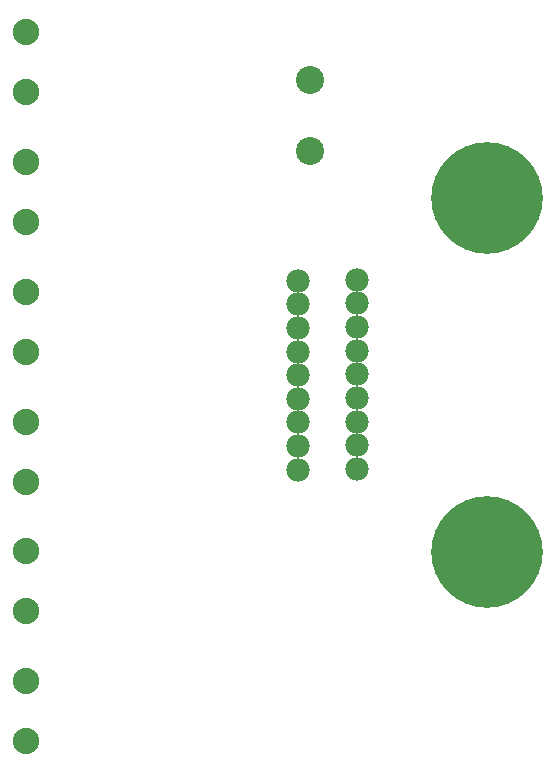
<source format=gbs>
G04 MADE WITH FRITZING*
G04 WWW.FRITZING.ORG*
G04 DOUBLE SIDED*
G04 HOLES PLATED*
G04 CONTOUR ON CENTER OF CONTOUR VECTOR*
%FSLAX26Y26*%
%MOIN*%
%ADD10C,0.372204*%
%ADD11C,0.077559*%
%ADD12C,0.093307*%
%ADD13C,0.088000*%
%G04MASK0*%
%FSLAX26Y26*%
%MOIN*%
D10*
X1812860Y1921872D03*
X1812860Y740780D03*
D11*
X1182940Y1646286D03*
X1182940Y1567550D03*
X1182940Y1488810D03*
X1182940Y1410070D03*
X1182940Y1331320D03*
X1182940Y1252580D03*
X1182940Y1173840D03*
X1182940Y1095100D03*
X1182940Y1016360D03*
X1378910Y1649019D03*
X1378910Y1570280D03*
X1378910Y1491540D03*
X1378910Y1412800D03*
X1378910Y1334060D03*
X1378910Y1255320D03*
X1378910Y1176580D03*
X1378910Y1097840D03*
X1378910Y1019100D03*
D12*
X1222310Y2079352D03*
X1222310Y2315574D03*
D13*
X276552Y2042719D03*
X276552Y1842719D03*
X276552Y1609641D03*
X276552Y1409640D03*
X276552Y2475786D03*
X276552Y2275786D03*
X276552Y310430D03*
X276552Y110430D03*
X276552Y1176570D03*
X276552Y976570D03*
X276552Y743500D03*
X276552Y543500D03*
G04 End of Mask0*
M02*
</source>
